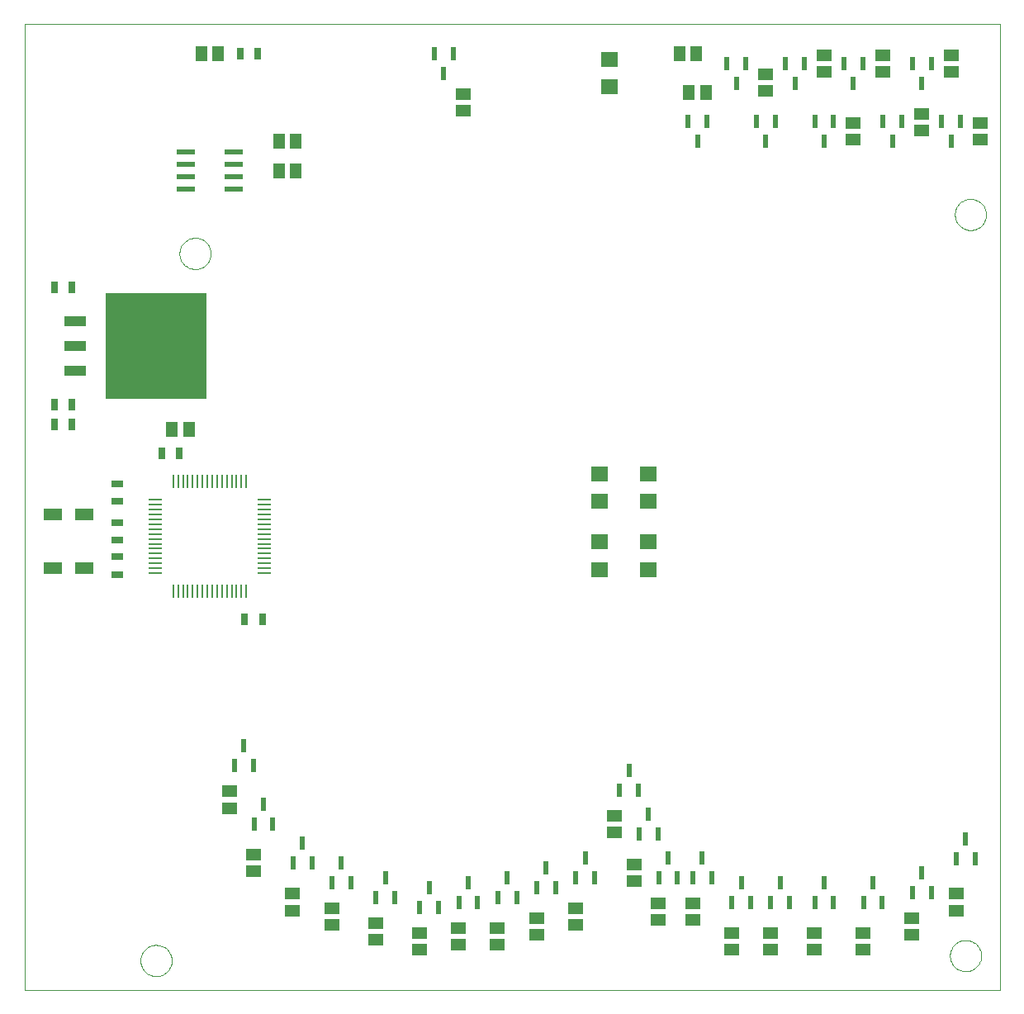
<source format=gtp>
G75*
%MOIN*%
%OFA0B0*%
%FSLAX24Y24*%
%IPPOS*%
%LPD*%
%AMOC8*
5,1,8,0,0,1.08239X$1,22.5*
%
%ADD10C,0.0000*%
%ADD11R,0.0580X0.0110*%
%ADD12R,0.0110X0.0580*%
%ADD13R,0.0780X0.0220*%
%ADD14R,0.0220X0.0520*%
%ADD15R,0.0748X0.0512*%
%ADD16R,0.0472X0.0315*%
%ADD17R,0.4098X0.4252*%
%ADD18R,0.0850X0.0420*%
%ADD19R,0.0315X0.0472*%
%ADD20R,0.0512X0.0591*%
%ADD21R,0.0591X0.0512*%
%ADD22R,0.0710X0.0630*%
D10*
X000927Y000574D02*
X000927Y039550D01*
X040297Y039550D01*
X040297Y000574D01*
X000927Y000574D01*
X005612Y001755D02*
X005614Y001805D01*
X005620Y001855D01*
X005630Y001904D01*
X005644Y001952D01*
X005661Y001999D01*
X005682Y002044D01*
X005707Y002088D01*
X005735Y002129D01*
X005767Y002168D01*
X005801Y002205D01*
X005838Y002239D01*
X005878Y002269D01*
X005920Y002296D01*
X005964Y002320D01*
X006010Y002341D01*
X006057Y002357D01*
X006105Y002370D01*
X006155Y002379D01*
X006204Y002384D01*
X006255Y002385D01*
X006305Y002382D01*
X006354Y002375D01*
X006403Y002364D01*
X006451Y002349D01*
X006497Y002331D01*
X006542Y002309D01*
X006585Y002283D01*
X006626Y002254D01*
X006665Y002222D01*
X006701Y002187D01*
X006733Y002149D01*
X006763Y002109D01*
X006790Y002066D01*
X006813Y002022D01*
X006832Y001976D01*
X006848Y001928D01*
X006860Y001879D01*
X006868Y001830D01*
X006872Y001780D01*
X006872Y001730D01*
X006868Y001680D01*
X006860Y001631D01*
X006848Y001582D01*
X006832Y001534D01*
X006813Y001488D01*
X006790Y001444D01*
X006763Y001401D01*
X006733Y001361D01*
X006701Y001323D01*
X006665Y001288D01*
X006626Y001256D01*
X006585Y001227D01*
X006542Y001201D01*
X006497Y001179D01*
X006451Y001161D01*
X006403Y001146D01*
X006354Y001135D01*
X006305Y001128D01*
X006255Y001125D01*
X006204Y001126D01*
X006155Y001131D01*
X006105Y001140D01*
X006057Y001153D01*
X006010Y001169D01*
X005964Y001190D01*
X005920Y001214D01*
X005878Y001241D01*
X005838Y001271D01*
X005801Y001305D01*
X005767Y001342D01*
X005735Y001381D01*
X005707Y001422D01*
X005682Y001466D01*
X005661Y001511D01*
X005644Y001558D01*
X005630Y001606D01*
X005620Y001655D01*
X005614Y001705D01*
X005612Y001755D01*
X007187Y030298D02*
X007189Y030348D01*
X007195Y030398D01*
X007205Y030447D01*
X007219Y030495D01*
X007236Y030542D01*
X007257Y030587D01*
X007282Y030631D01*
X007310Y030672D01*
X007342Y030711D01*
X007376Y030748D01*
X007413Y030782D01*
X007453Y030812D01*
X007495Y030839D01*
X007539Y030863D01*
X007585Y030884D01*
X007632Y030900D01*
X007680Y030913D01*
X007730Y030922D01*
X007779Y030927D01*
X007830Y030928D01*
X007880Y030925D01*
X007929Y030918D01*
X007978Y030907D01*
X008026Y030892D01*
X008072Y030874D01*
X008117Y030852D01*
X008160Y030826D01*
X008201Y030797D01*
X008240Y030765D01*
X008276Y030730D01*
X008308Y030692D01*
X008338Y030652D01*
X008365Y030609D01*
X008388Y030565D01*
X008407Y030519D01*
X008423Y030471D01*
X008435Y030422D01*
X008443Y030373D01*
X008447Y030323D01*
X008447Y030273D01*
X008443Y030223D01*
X008435Y030174D01*
X008423Y030125D01*
X008407Y030077D01*
X008388Y030031D01*
X008365Y029987D01*
X008338Y029944D01*
X008308Y029904D01*
X008276Y029866D01*
X008240Y029831D01*
X008201Y029799D01*
X008160Y029770D01*
X008117Y029744D01*
X008072Y029722D01*
X008026Y029704D01*
X007978Y029689D01*
X007929Y029678D01*
X007880Y029671D01*
X007830Y029668D01*
X007779Y029669D01*
X007730Y029674D01*
X007680Y029683D01*
X007632Y029696D01*
X007585Y029712D01*
X007539Y029733D01*
X007495Y029757D01*
X007453Y029784D01*
X007413Y029814D01*
X007376Y029848D01*
X007342Y029885D01*
X007310Y029924D01*
X007282Y029965D01*
X007257Y030009D01*
X007236Y030054D01*
X007219Y030101D01*
X007205Y030149D01*
X007195Y030198D01*
X007189Y030248D01*
X007187Y030298D01*
X038486Y031873D02*
X038488Y031923D01*
X038494Y031973D01*
X038504Y032022D01*
X038518Y032070D01*
X038535Y032117D01*
X038556Y032162D01*
X038581Y032206D01*
X038609Y032247D01*
X038641Y032286D01*
X038675Y032323D01*
X038712Y032357D01*
X038752Y032387D01*
X038794Y032414D01*
X038838Y032438D01*
X038884Y032459D01*
X038931Y032475D01*
X038979Y032488D01*
X039029Y032497D01*
X039078Y032502D01*
X039129Y032503D01*
X039179Y032500D01*
X039228Y032493D01*
X039277Y032482D01*
X039325Y032467D01*
X039371Y032449D01*
X039416Y032427D01*
X039459Y032401D01*
X039500Y032372D01*
X039539Y032340D01*
X039575Y032305D01*
X039607Y032267D01*
X039637Y032227D01*
X039664Y032184D01*
X039687Y032140D01*
X039706Y032094D01*
X039722Y032046D01*
X039734Y031997D01*
X039742Y031948D01*
X039746Y031898D01*
X039746Y031848D01*
X039742Y031798D01*
X039734Y031749D01*
X039722Y031700D01*
X039706Y031652D01*
X039687Y031606D01*
X039664Y031562D01*
X039637Y031519D01*
X039607Y031479D01*
X039575Y031441D01*
X039539Y031406D01*
X039500Y031374D01*
X039459Y031345D01*
X039416Y031319D01*
X039371Y031297D01*
X039325Y031279D01*
X039277Y031264D01*
X039228Y031253D01*
X039179Y031246D01*
X039129Y031243D01*
X039078Y031244D01*
X039029Y031249D01*
X038979Y031258D01*
X038931Y031271D01*
X038884Y031287D01*
X038838Y031308D01*
X038794Y031332D01*
X038752Y031359D01*
X038712Y031389D01*
X038675Y031423D01*
X038641Y031460D01*
X038609Y031499D01*
X038581Y031540D01*
X038556Y031584D01*
X038535Y031629D01*
X038518Y031676D01*
X038504Y031724D01*
X038494Y031773D01*
X038488Y031823D01*
X038486Y031873D01*
X038290Y001952D02*
X038292Y002002D01*
X038298Y002052D01*
X038308Y002101D01*
X038322Y002149D01*
X038339Y002196D01*
X038360Y002241D01*
X038385Y002285D01*
X038413Y002326D01*
X038445Y002365D01*
X038479Y002402D01*
X038516Y002436D01*
X038556Y002466D01*
X038598Y002493D01*
X038642Y002517D01*
X038688Y002538D01*
X038735Y002554D01*
X038783Y002567D01*
X038833Y002576D01*
X038882Y002581D01*
X038933Y002582D01*
X038983Y002579D01*
X039032Y002572D01*
X039081Y002561D01*
X039129Y002546D01*
X039175Y002528D01*
X039220Y002506D01*
X039263Y002480D01*
X039304Y002451D01*
X039343Y002419D01*
X039379Y002384D01*
X039411Y002346D01*
X039441Y002306D01*
X039468Y002263D01*
X039491Y002219D01*
X039510Y002173D01*
X039526Y002125D01*
X039538Y002076D01*
X039546Y002027D01*
X039550Y001977D01*
X039550Y001927D01*
X039546Y001877D01*
X039538Y001828D01*
X039526Y001779D01*
X039510Y001731D01*
X039491Y001685D01*
X039468Y001641D01*
X039441Y001598D01*
X039411Y001558D01*
X039379Y001520D01*
X039343Y001485D01*
X039304Y001453D01*
X039263Y001424D01*
X039220Y001398D01*
X039175Y001376D01*
X039129Y001358D01*
X039081Y001343D01*
X039032Y001332D01*
X038983Y001325D01*
X038933Y001322D01*
X038882Y001323D01*
X038833Y001328D01*
X038783Y001337D01*
X038735Y001350D01*
X038688Y001366D01*
X038642Y001387D01*
X038598Y001411D01*
X038556Y001438D01*
X038516Y001468D01*
X038479Y001502D01*
X038445Y001539D01*
X038413Y001578D01*
X038385Y001619D01*
X038360Y001663D01*
X038339Y001708D01*
X038322Y001755D01*
X038308Y001803D01*
X038298Y001852D01*
X038292Y001902D01*
X038290Y001952D01*
D11*
X010618Y017401D03*
X010618Y017601D03*
X010618Y017801D03*
X010618Y017991D03*
X010618Y018191D03*
X010618Y018391D03*
X010618Y018581D03*
X010618Y018781D03*
X010618Y018981D03*
X010618Y019181D03*
X010618Y019371D03*
X010618Y019571D03*
X010618Y019771D03*
X010618Y019961D03*
X010618Y020161D03*
X010618Y020361D03*
X006198Y020361D03*
X006198Y020161D03*
X006198Y019961D03*
X006198Y019771D03*
X006198Y019571D03*
X006198Y019371D03*
X006198Y019181D03*
X006198Y018981D03*
X006198Y018781D03*
X006198Y018581D03*
X006198Y018391D03*
X006198Y018191D03*
X006198Y017991D03*
X006198Y017801D03*
X006198Y017601D03*
X006198Y017401D03*
D12*
X006928Y016671D03*
X007128Y016671D03*
X007328Y016671D03*
X007518Y016671D03*
X007718Y016671D03*
X007918Y016671D03*
X008108Y016671D03*
X008308Y016671D03*
X008508Y016671D03*
X008708Y016671D03*
X008898Y016671D03*
X009098Y016671D03*
X009298Y016671D03*
X009488Y016671D03*
X009688Y016671D03*
X009888Y016671D03*
X009888Y021091D03*
X009688Y021091D03*
X009488Y021091D03*
X009298Y021091D03*
X009098Y021091D03*
X008898Y021091D03*
X008708Y021091D03*
X008508Y021091D03*
X008308Y021091D03*
X008108Y021091D03*
X007918Y021091D03*
X007718Y021091D03*
X007518Y021091D03*
X007328Y021091D03*
X007128Y021091D03*
X006928Y021091D03*
D13*
X007438Y032895D03*
X007438Y033395D03*
X007438Y033895D03*
X007438Y034395D03*
X009378Y034395D03*
X009378Y033895D03*
X009378Y033395D03*
X009378Y032895D03*
D14*
X017477Y038375D03*
X018237Y038375D03*
X017857Y037575D03*
X027713Y035619D03*
X028473Y035619D03*
X028093Y034819D03*
X030469Y035619D03*
X031229Y035619D03*
X030849Y034819D03*
X032831Y035619D03*
X033591Y035619D03*
X033211Y034819D03*
X035587Y035619D03*
X036347Y035619D03*
X035967Y034819D03*
X037949Y035619D03*
X038709Y035619D03*
X038329Y034819D03*
X037148Y037182D03*
X037528Y037982D03*
X036768Y037982D03*
X034772Y037982D03*
X034012Y037982D03*
X034392Y037182D03*
X032410Y037982D03*
X031650Y037982D03*
X032030Y037182D03*
X030048Y037982D03*
X029288Y037982D03*
X029668Y037182D03*
X009786Y010423D03*
X010166Y009623D03*
X009406Y009623D03*
X010573Y008060D03*
X010193Y007260D03*
X010953Y007260D03*
X012148Y006486D03*
X012528Y005686D03*
X011768Y005686D03*
X013343Y004898D03*
X014103Y004898D03*
X013723Y005698D03*
X015114Y004308D03*
X015874Y004308D03*
X015494Y005108D03*
X016886Y003914D03*
X017646Y003914D03*
X018461Y004111D03*
X019221Y004111D03*
X020036Y004308D03*
X020796Y004308D03*
X020416Y005108D03*
X021610Y004701D03*
X022370Y004701D03*
X021990Y005501D03*
X023185Y005095D03*
X023945Y005095D03*
X023565Y005895D03*
X025744Y006867D03*
X026504Y006867D03*
X026124Y007667D03*
X025717Y008638D03*
X024957Y008638D03*
X025337Y009438D03*
X026912Y005895D03*
X027292Y005095D03*
X027910Y005095D03*
X028670Y005095D03*
X028290Y005895D03*
X029864Y004911D03*
X029484Y004111D03*
X030244Y004111D03*
X031059Y004111D03*
X031819Y004111D03*
X031439Y004911D03*
X032831Y004111D03*
X033591Y004111D03*
X033211Y004911D03*
X034799Y004111D03*
X035559Y004111D03*
X035179Y004911D03*
X036768Y004504D03*
X037528Y004504D03*
X037148Y005304D03*
X038540Y005882D03*
X039300Y005882D03*
X038920Y006682D03*
X026532Y005095D03*
X018841Y004911D03*
X017266Y004714D03*
D15*
X003329Y017601D03*
X002069Y017601D03*
X002069Y019767D03*
X003329Y019767D03*
D16*
X004668Y019432D03*
X004668Y018723D03*
X004668Y018054D03*
X004668Y017345D03*
X004668Y020298D03*
X004668Y021007D03*
D17*
X006258Y026558D03*
D18*
X002978Y026558D03*
X002978Y027558D03*
X002978Y025558D03*
D19*
X002857Y024196D03*
X002148Y024196D03*
X002148Y023408D03*
X002857Y023408D03*
X006479Y022227D03*
X007187Y022227D03*
X009825Y015534D03*
X010534Y015534D03*
X002857Y028920D03*
X002148Y028920D03*
X009628Y038369D03*
X010337Y038369D03*
D20*
X008742Y038369D03*
X008073Y038369D03*
X011223Y034826D03*
X011892Y034826D03*
X011892Y033645D03*
X011223Y033645D03*
X007561Y023211D03*
X006892Y023211D03*
X027364Y038369D03*
X028034Y038369D03*
X027758Y036794D03*
X028427Y036794D03*
D21*
X030849Y036853D03*
X030849Y037523D03*
X033211Y037641D03*
X033211Y038310D03*
X035573Y038310D03*
X035573Y037641D03*
X037148Y035948D03*
X037148Y035278D03*
X039510Y035554D03*
X039510Y034885D03*
X038329Y037641D03*
X038329Y038310D03*
X034392Y035554D03*
X034392Y034885D03*
X018644Y036066D03*
X018644Y036735D03*
X009195Y008586D03*
X009195Y007916D03*
X010179Y006026D03*
X010179Y005357D03*
X011754Y004452D03*
X011754Y003782D03*
X013329Y003861D03*
X013329Y003192D03*
X015101Y003271D03*
X015101Y002601D03*
X016872Y002877D03*
X016872Y002208D03*
X018447Y002404D03*
X018447Y003074D03*
X020022Y003074D03*
X020022Y002404D03*
X021597Y002798D03*
X021597Y003467D03*
X023171Y003192D03*
X023171Y003861D03*
X025534Y004963D03*
X025534Y005633D03*
X024746Y006932D03*
X024746Y007601D03*
X026518Y004058D03*
X026518Y003389D03*
X027896Y003389D03*
X027896Y004058D03*
X029471Y002877D03*
X029471Y002208D03*
X031046Y002208D03*
X031046Y002877D03*
X032817Y002877D03*
X032817Y002208D03*
X034786Y002208D03*
X034786Y002877D03*
X036754Y002798D03*
X036754Y003467D03*
X038526Y003782D03*
X038526Y004452D03*
D22*
X026124Y017534D03*
X026124Y018653D03*
X026124Y020289D03*
X026124Y021409D03*
X024156Y021409D03*
X024156Y020289D03*
X024156Y018653D03*
X024156Y017534D03*
X024549Y037022D03*
X024549Y038141D03*
M02*

</source>
